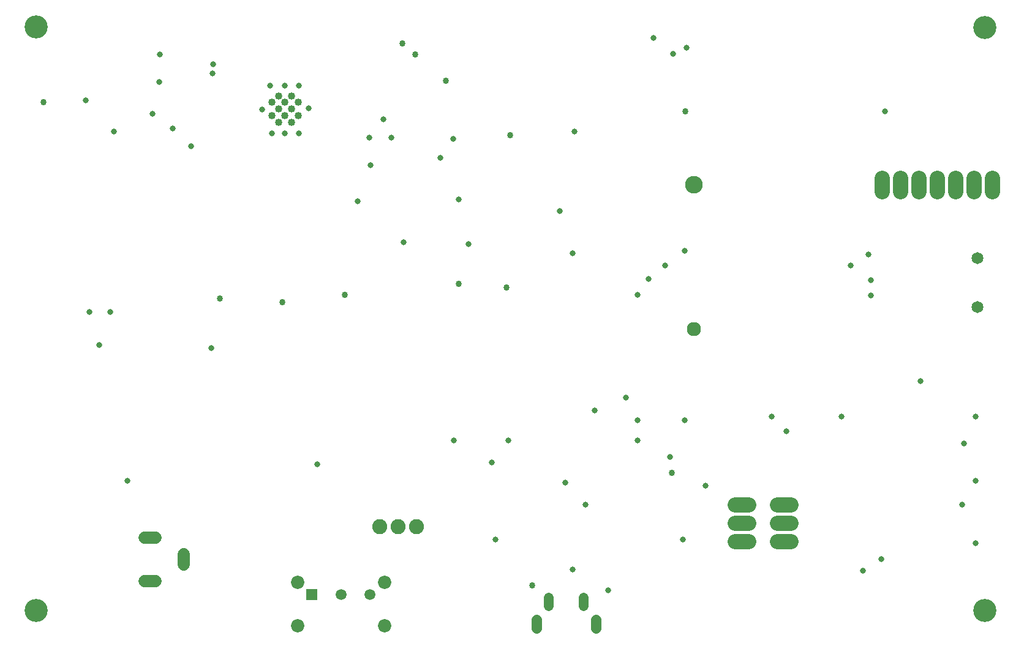
<source format=gbr>
G04 EAGLE Gerber RS-274X export*
G75*
%MOMM*%
%FSLAX34Y34*%
%LPD*%
%INSoldermask Bottom*%
%IPPOS*%
%AMOC8*
5,1,8,0,0,1.08239X$1,22.5*%
G01*
%ADD10C,3.203200*%
%ADD11C,1.011200*%
%ADD12C,1.958200*%
%ADD13C,2.453200*%
%ADD14C,1.651000*%
%ADD15C,2.082800*%
%ADD16C,1.361200*%
%ADD17C,1.411200*%
%ADD18C,2.082800*%
%ADD19C,1.711200*%
%ADD20C,1.838200*%
%ADD21R,1.501200X1.501200*%
%ADD22C,1.501200*%
%ADD23C,0.808000*%
%ADD24C,0.858000*%


D10*
X1352550Y847090D03*
X1352550Y40640D03*
X40640Y848360D03*
X40640Y40640D03*
D11*
X375795Y752870D03*
X394145Y752870D03*
X366620Y743695D03*
X384970Y743695D03*
X403320Y743695D03*
X375795Y734520D03*
X394145Y734520D03*
X366620Y725345D03*
X384970Y725345D03*
X403320Y725345D03*
X375795Y716170D03*
X394145Y716170D03*
D12*
X949960Y429590D03*
D13*
X949960Y629590D03*
D14*
X1342390Y460248D03*
X1342390Y528320D03*
D15*
X1210310Y620522D02*
X1210310Y639318D01*
X1235710Y639318D02*
X1235710Y620522D01*
X1261110Y620522D02*
X1261110Y639318D01*
X1286510Y639318D02*
X1286510Y620522D01*
X1311910Y620522D02*
X1311910Y639318D01*
X1337310Y639318D02*
X1337310Y620522D01*
X1362710Y620522D02*
X1362710Y639318D01*
D16*
X749180Y58180D02*
X749180Y46600D01*
X797680Y46600D02*
X797680Y58180D01*
D17*
X814430Y27630D02*
X814430Y15550D01*
X732430Y15550D02*
X732430Y27630D01*
D15*
X1065022Y135890D02*
X1083818Y135890D01*
X1083818Y161290D02*
X1065022Y161290D01*
X1065022Y186690D02*
X1083818Y186690D01*
X1025398Y135890D02*
X1006602Y135890D01*
X1006602Y161290D02*
X1025398Y161290D01*
X1025398Y186690D02*
X1006602Y186690D01*
D18*
X515620Y156210D03*
X541020Y156210D03*
X566420Y156210D03*
D19*
X205660Y141200D02*
X190580Y141200D01*
X190580Y81200D02*
X205660Y81200D01*
X245120Y103660D02*
X245120Y118740D01*
D20*
X402280Y19530D03*
X522280Y19530D03*
X522280Y79530D03*
X402280Y79530D03*
D21*
X422280Y62030D03*
D22*
X462280Y62030D03*
X502280Y62030D03*
D23*
X364490Y767080D03*
X384810Y767080D03*
X403860Y767080D03*
X417830Y735330D03*
X403860Y701040D03*
X384810Y701040D03*
X367030Y701040D03*
X353060Y734060D03*
X1320800Y186690D03*
X1323340Y271780D03*
X764540Y593090D03*
D24*
X726440Y74930D03*
D23*
X1078230Y288290D03*
D24*
X695960Y698500D03*
X50800Y744220D03*
X690880Y487680D03*
X467360Y477520D03*
X294640Y472440D03*
X381000Y467360D03*
X624840Y492760D03*
D23*
X831850Y68580D03*
X143510Y453390D03*
X114300Y453390D03*
X285750Y796820D03*
X638810Y547370D03*
X939800Y819150D03*
X782320Y97070D03*
X1214120Y731520D03*
X1263650Y358140D03*
X1154430Y308610D03*
X1339850Y133350D03*
X1339850Y219710D03*
X1339850Y308610D03*
X675640Y138430D03*
X894080Y833120D03*
X285115Y784225D03*
X255270Y683260D03*
X283210Y403860D03*
X618490Y275590D03*
X693420Y275590D03*
X872490Y275590D03*
X1057910Y308610D03*
X872490Y303530D03*
X937260Y303530D03*
X934720Y138430D03*
D24*
X919480Y231140D03*
D23*
X210820Y772160D03*
X212090Y810260D03*
X921025Y811255D03*
X229870Y707390D03*
X887730Y499110D03*
X1195070Y497840D03*
X501650Y694690D03*
X937260Y538480D03*
X1191260Y533400D03*
D24*
X547370Y825500D03*
D23*
X520700Y720090D03*
X910590Y518160D03*
X1167130Y518160D03*
D24*
X565150Y810260D03*
D23*
X1195070Y476250D03*
X872490Y477520D03*
X599440Y666750D03*
X532130Y694690D03*
X1209040Y111760D03*
X812800Y317500D03*
X855980Y335280D03*
X1183640Y95250D03*
X966470Y213360D03*
X916940Y252730D03*
X624840Y609600D03*
X548640Y549910D03*
X429260Y242570D03*
X128270Y407670D03*
X784860Y703580D03*
X670560Y245110D03*
D24*
X938530Y731520D03*
D23*
X201930Y727710D03*
X109220Y746760D03*
X148590Y703580D03*
X502920Y656590D03*
X617220Y693420D03*
X485140Y607060D03*
D24*
X607060Y773430D03*
D23*
X800100Y186690D03*
X772160Y217170D03*
X782320Y534670D03*
X167365Y219985D03*
M02*

</source>
